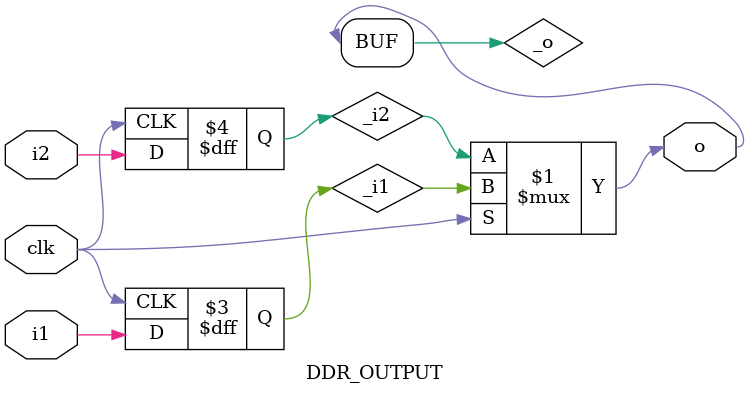
<source format=v>
module DDR_OUTPUT(
    input i1,
    input i2,
    output o,
    input clk);

wire _o;
reg _i1, _i2;

assign o = _o;
assign _o = (clk) ? _i1 : _i2;

always @ (posedge clk)
    begin
        _i1 = i1;
        _i2 = i2;
    end

endmodule

</source>
